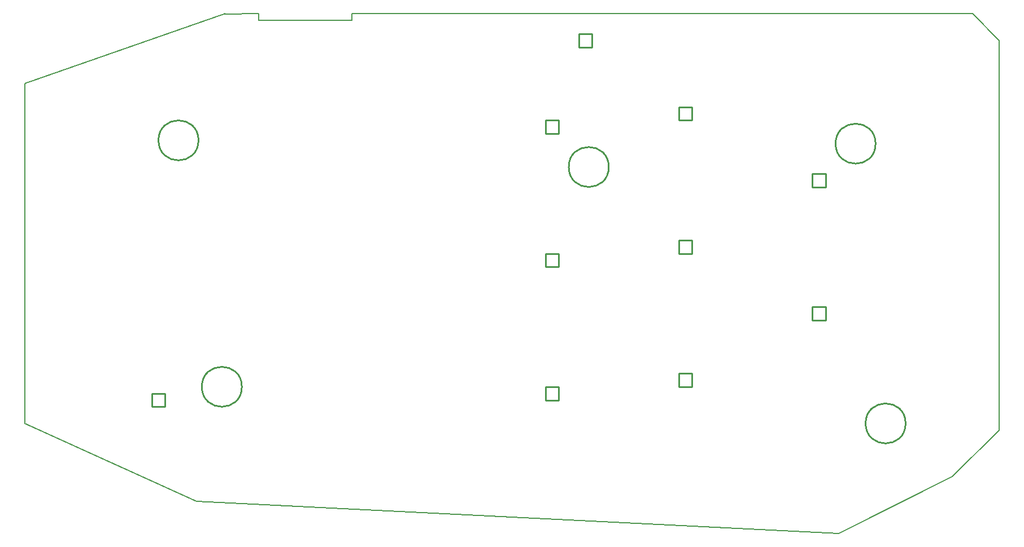
<source format=gko>
G04 Layer: BoardOutline*
G04 EasyEDA v6.3.30, 2020-03-21T18:53:40+08:00*
G04 c5f63f6c624d440bb2292f988f7b391a,d4aa0ff59f9544bb86dfcbd96f28fb4a,05*
G04 Gerber Generator version 0.2*
G04 Scale: 100 percent, Rotated: No, Reflected: No *
G04 Dimensions in millimeters *
G04 leading zeros omitted , absolute positions ,3 integer and 3 decimal *
%FSLAX33Y33*%
%MOMM*%
G90*
G71D02*

%ADD10C,0.200000*%
%ADD11C,0.254000*%
G54D10*
G01X146000Y15499D02*
G01X146000Y47000D01*
G01X25699Y4799D02*
G01X122000Y0D01*
G01X0Y67499D02*
G01X29999Y77999D01*
G01X0Y16499D02*
G01X0Y67499D01*
G01X146000Y47000D02*
G01X146000Y74000D01*
G01X49000Y77999D02*
G01X141999Y77999D01*
G01X146000Y74000D01*
G01X36000Y76999D02*
G01X49000Y76999D01*
G01X49000Y77999D01*
G01X36041Y76999D02*
G01X35000Y76999D01*
G01X29914Y77972D02*
G01X35000Y77999D01*
G01X35000Y76999D01*
G01X0Y16499D02*
G01X25699Y4799D01*
G01X122000Y0D02*
G01X139000Y8499D01*
G01X146000Y15499D01*
G54D11*
G01X120000Y34000D02*
G01X120000Y32000D01*
G01X120000Y32000D02*
G01X118000Y32000D01*
G01X118000Y32000D02*
G01X118000Y34000D01*
G01X118000Y34000D02*
G01X120000Y34000D01*
G01X79999Y22000D02*
G01X79999Y20000D01*
G01X79999Y20000D02*
G01X77999Y20000D01*
G01X77999Y20000D02*
G01X77999Y22000D01*
G01X77999Y22000D02*
G01X79999Y22000D01*
G01X100000Y24000D02*
G01X100000Y22000D01*
G01X100000Y22000D02*
G01X98000Y22000D01*
G01X98000Y22000D02*
G01X98000Y24000D01*
G01X98000Y24000D02*
G01X100000Y24000D01*
G01X79999Y41999D02*
G01X79999Y39999D01*
G01X79999Y39999D02*
G01X77999Y39999D01*
G01X77999Y39999D02*
G01X77999Y41999D01*
G01X77999Y41999D02*
G01X79999Y41999D01*
G01X79999Y62000D02*
G01X79999Y60000D01*
G01X79999Y60000D02*
G01X77999Y60000D01*
G01X77999Y60000D02*
G01X77999Y62000D01*
G01X77999Y62000D02*
G01X79999Y62000D01*
G01X120000Y53999D02*
G01X120000Y51999D01*
G01X120000Y51999D02*
G01X118000Y51999D01*
G01X118000Y51999D02*
G01X118000Y53999D01*
G01X118000Y53999D02*
G01X120000Y53999D01*
G01X100000Y63999D02*
G01X100000Y62000D01*
G01X100000Y62000D02*
G01X98000Y62000D01*
G01X98000Y62000D02*
G01X98000Y63999D01*
G01X98000Y63999D02*
G01X100000Y63999D01*
G01X100000Y43999D02*
G01X100000Y41999D01*
G01X100000Y41999D02*
G01X98000Y41999D01*
G01X98000Y41999D02*
G01X98000Y43999D01*
G01X98000Y43999D02*
G01X100000Y43999D01*
G01X83000Y75000D02*
G01X85000Y75000D01*
G01X85000Y75000D02*
G01X85000Y73000D01*
G01X85000Y73000D02*
G01X83000Y73000D01*
G01X83000Y73000D02*
G01X83000Y75000D01*
G01X21000Y21000D02*
G01X21000Y19000D01*
G01X21000Y19000D02*
G01X19000Y19000D01*
G01X19000Y19000D02*
G01X19000Y21000D01*
G01X19000Y21000D02*
G01X21000Y21000D01*
G75*
G01X26500Y22000D02*
G02X32500Y22000I3000J0D01*
G01*
G75*
G01X87500Y55000D02*
G02X81500Y55000I-3000J0D01*
G01*
G75*
G01X81500Y55000D02*
G02X87500Y55000I3000J0D01*
G01*
G75*
G01X127500Y58500D02*
G02X121500Y58500I-3000J0D01*
G01*
G75*
G01X121500Y58500D02*
G02X127500Y58500I3000J0D01*
G01*
G75*
G01X132000Y16500D02*
G02X126000Y16500I-3000J0D01*
G01*
G75*
G01X126000Y16500D02*
G02X132000Y16500I3000J0D01*
G01*
G75*
G01X32500Y22000D02*
G02X26500Y22000I-3000J0D01*
G01*
G75*
G01X26000Y59000D02*
G02X20000Y59000I-3000J0D01*
G01*
G75*
G01X20000Y59000D02*
G02X26000Y59000I3000J0D01*
G01*

%LPD*%
M00*
M02*

</source>
